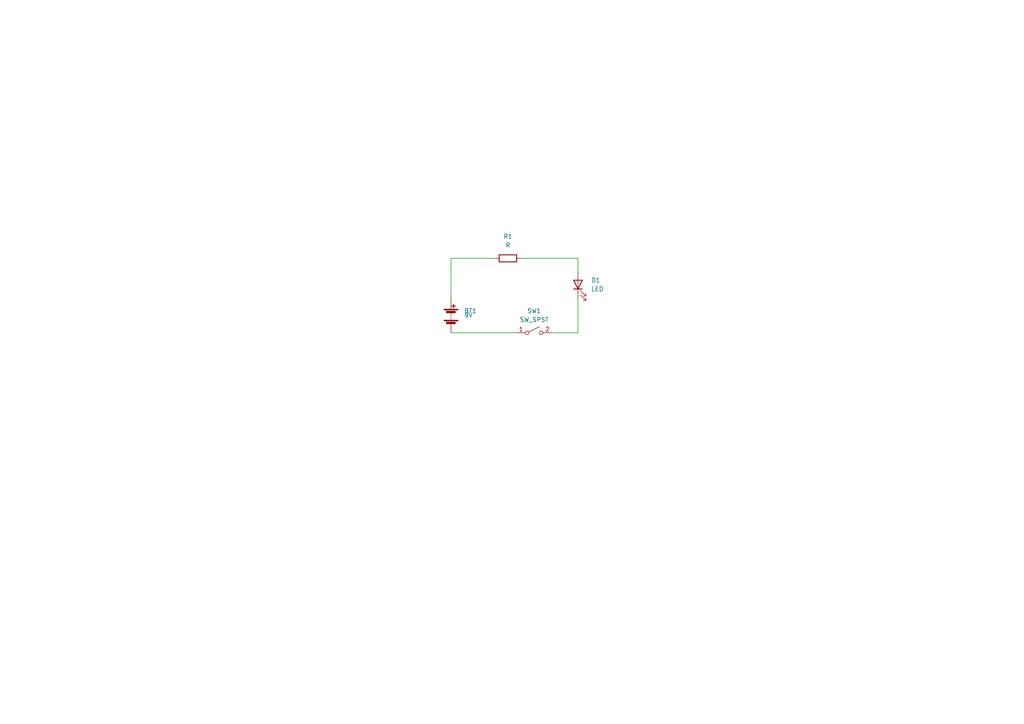
<source format=kicad_sch>
(kicad_sch (version 20201015) (generator eeschema)

  (paper "A4")

  (lib_symbols
    (symbol "Device:Battery" (pin_numbers hide) (pin_names (offset 0) hide) (in_bom yes) (on_board yes)
      (property "Reference" "BT" (id 0) (at 2.54 2.54 0)
        (effects (font (size 1.27 1.27)) (justify left))
      )
      (property "Value" "Battery" (id 1) (at 2.54 0 0)
        (effects (font (size 1.27 1.27)) (justify left))
      )
      (property "Footprint" "" (id 2) (at 0 1.524 90)
        (effects (font (size 1.27 1.27)) hide)
      )
      (property "Datasheet" "~" (id 3) (at 0 1.524 90)
        (effects (font (size 1.27 1.27)) hide)
      )
      (property "ki_keywords" "batt voltage-source cell" (id 4) (at 0 0 0)
        (effects (font (size 1.27 1.27)) hide)
      )
      (property "ki_description" "Multiple-cell battery" (id 5) (at 0 0 0)
        (effects (font (size 1.27 1.27)) hide)
      )
      (symbol "Battery_0_1"
        (rectangle (start -2.032 -1.397) (end 2.032 -1.651)
          (stroke (width 0)) (fill (type outline))
        )
        (rectangle (start -2.032 1.778) (end 2.032 1.524)
          (stroke (width 0)) (fill (type outline))
        )
        (rectangle (start -1.3208 -1.9812) (end 1.27 -2.4892)
          (stroke (width 0)) (fill (type outline))
        )
        (rectangle (start -1.3208 1.1938) (end 1.27 0.6858)
          (stroke (width 0)) (fill (type outline))
        )
        (polyline
          (pts
            (xy 0 -1.524)
            (xy 0 -1.27)
          )
          (stroke (width 0)) (fill (type none))
        )
        (polyline
          (pts
            (xy 0 -1.016)
            (xy 0 -0.762)
          )
          (stroke (width 0)) (fill (type none))
        )
        (polyline
          (pts
            (xy 0 -0.508)
            (xy 0 -0.254)
          )
          (stroke (width 0)) (fill (type none))
        )
        (polyline
          (pts
            (xy 0 0)
            (xy 0 0.254)
          )
          (stroke (width 0)) (fill (type none))
        )
        (polyline
          (pts
            (xy 0 0.508)
            (xy 0 0.762)
          )
          (stroke (width 0)) (fill (type none))
        )
        (polyline
          (pts
            (xy 0 1.778)
            (xy 0 2.54)
          )
          (stroke (width 0)) (fill (type none))
        )
        (polyline
          (pts
            (xy 0.254 2.667)
            (xy 1.27 2.667)
          )
          (stroke (width 0.254)) (fill (type none))
        )
        (polyline
          (pts
            (xy 0.762 3.175)
            (xy 0.762 2.159)
          )
          (stroke (width 0.254)) (fill (type none))
        )
      )
      (symbol "Battery_1_1"
        (pin passive line (at 0 5.08 270) (length 2.54)
          (name "+" (effects (font (size 1.27 1.27))))
          (number "1" (effects (font (size 1.27 1.27))))
        )
        (pin passive line (at 0 -5.08 90) (length 2.54)
          (name "-" (effects (font (size 1.27 1.27))))
          (number "2" (effects (font (size 1.27 1.27))))
        )
      )
    )
    (symbol "Device:LED" (pin_numbers hide) (pin_names (offset 1.016) hide) (in_bom yes) (on_board yes)
      (property "Reference" "D" (id 0) (at 0 2.54 0)
        (effects (font (size 1.27 1.27)))
      )
      (property "Value" "LED" (id 1) (at 0 -2.54 0)
        (effects (font (size 1.27 1.27)))
      )
      (property "Footprint" "" (id 2) (at 0 0 0)
        (effects (font (size 1.27 1.27)) hide)
      )
      (property "Datasheet" "~" (id 3) (at 0 0 0)
        (effects (font (size 1.27 1.27)) hide)
      )
      (property "ki_keywords" "LED diode" (id 4) (at 0 0 0)
        (effects (font (size 1.27 1.27)) hide)
      )
      (property "ki_description" "Light emitting diode" (id 5) (at 0 0 0)
        (effects (font (size 1.27 1.27)) hide)
      )
      (property "ki_fp_filters" "LED* LED_SMD:* LED_THT:*" (id 6) (at 0 0 0)
        (effects (font (size 1.27 1.27)) hide)
      )
      (symbol "LED_0_1"
        (polyline
          (pts
            (xy -1.27 -1.27)
            (xy -1.27 1.27)
          )
          (stroke (width 0.254)) (fill (type none))
        )
        (polyline
          (pts
            (xy -1.27 0)
            (xy 1.27 0)
          )
          (stroke (width 0)) (fill (type none))
        )
        (polyline
          (pts
            (xy 1.27 -1.27)
            (xy 1.27 1.27)
            (xy -1.27 0)
            (xy 1.27 -1.27)
          )
          (stroke (width 0.254)) (fill (type none))
        )
        (polyline
          (pts
            (xy -3.048 -0.762)
            (xy -4.572 -2.286)
            (xy -3.81 -2.286)
            (xy -4.572 -2.286)
            (xy -4.572 -1.524)
          )
          (stroke (width 0)) (fill (type none))
        )
        (polyline
          (pts
            (xy -1.778 -0.762)
            (xy -3.302 -2.286)
            (xy -2.54 -2.286)
            (xy -3.302 -2.286)
            (xy -3.302 -1.524)
          )
          (stroke (width 0)) (fill (type none))
        )
      )
      (symbol "LED_1_1"
        (pin passive line (at -3.81 0 0) (length 2.54)
          (name "K" (effects (font (size 1.27 1.27))))
          (number "1" (effects (font (size 1.27 1.27))))
        )
        (pin passive line (at 3.81 0 180) (length 2.54)
          (name "A" (effects (font (size 1.27 1.27))))
          (number "2" (effects (font (size 1.27 1.27))))
        )
      )
    )
    (symbol "Device:R" (pin_numbers hide) (pin_names (offset 0)) (in_bom yes) (on_board yes)
      (property "Reference" "R" (id 0) (at 2.032 0 90)
        (effects (font (size 1.27 1.27)))
      )
      (property "Value" "R" (id 1) (at 0 0 90)
        (effects (font (size 1.27 1.27)))
      )
      (property "Footprint" "" (id 2) (at -1.778 0 90)
        (effects (font (size 1.27 1.27)) hide)
      )
      (property "Datasheet" "~" (id 3) (at 0 0 0)
        (effects (font (size 1.27 1.27)) hide)
      )
      (property "ki_keywords" "R res resistor" (id 4) (at 0 0 0)
        (effects (font (size 1.27 1.27)) hide)
      )
      (property "ki_description" "Resistor" (id 5) (at 0 0 0)
        (effects (font (size 1.27 1.27)) hide)
      )
      (property "ki_fp_filters" "R_*" (id 6) (at 0 0 0)
        (effects (font (size 1.27 1.27)) hide)
      )
      (symbol "R_0_1"
        (rectangle (start -1.016 -2.54) (end 1.016 2.54)
          (stroke (width 0.254)) (fill (type none))
        )
      )
      (symbol "R_1_1"
        (pin passive line (at 0 3.81 270) (length 1.27)
          (name "~" (effects (font (size 1.27 1.27))))
          (number "1" (effects (font (size 1.27 1.27))))
        )
        (pin passive line (at 0 -3.81 90) (length 1.27)
          (name "~" (effects (font (size 1.27 1.27))))
          (number "2" (effects (font (size 1.27 1.27))))
        )
      )
    )
    (symbol "Switch:SW_SPST" (pin_names (offset 0) hide) (in_bom yes) (on_board yes)
      (property "Reference" "SW" (id 0) (at 0 3.175 0)
        (effects (font (size 1.27 1.27)))
      )
      (property "Value" "SW_SPST" (id 1) (at 0 -2.54 0)
        (effects (font (size 1.27 1.27)))
      )
      (property "Footprint" "" (id 2) (at 0 0 0)
        (effects (font (size 1.27 1.27)) hide)
      )
      (property "Datasheet" "~" (id 3) (at 0 0 0)
        (effects (font (size 1.27 1.27)) hide)
      )
      (property "ki_keywords" "switch lever" (id 4) (at 0 0 0)
        (effects (font (size 1.27 1.27)) hide)
      )
      (property "ki_description" "Single Pole Single Throw (SPST) switch" (id 5) (at 0 0 0)
        (effects (font (size 1.27 1.27)) hide)
      )
      (symbol "SW_SPST_0_0"
        (circle (center -2.032 0) (radius 0.508) (stroke (width 0)) (fill (type none)))
        (circle (center 2.032 0) (radius 0.508) (stroke (width 0)) (fill (type none)))
        (polyline
          (pts
            (xy -1.524 0.254)
            (xy 1.524 1.778)
          )
          (stroke (width 0)) (fill (type none))
        )
      )
      (symbol "SW_SPST_1_1"
        (pin passive line (at -5.08 0 0) (length 2.54)
          (name "A" (effects (font (size 1.27 1.27))))
          (number "1" (effects (font (size 1.27 1.27))))
        )
        (pin passive line (at 5.08 0 180) (length 2.54)
          (name "B" (effects (font (size 1.27 1.27))))
          (number "2" (effects (font (size 1.27 1.27))))
        )
      )
    )
  )


  (wire (pts (xy 130.81 74.93) (xy 143.51 74.93))
    (stroke (width 0) (type solid) (color 0 0 0 0))
  )
  (wire (pts (xy 130.81 86.36) (xy 130.81 74.93))
    (stroke (width 0) (type solid) (color 0 0 0 0))
  )
  (wire (pts (xy 149.86 96.52) (xy 130.81 96.52))
    (stroke (width 0) (type solid) (color 0 0 0 0))
  )
  (wire (pts (xy 151.13 74.93) (xy 167.64 74.93))
    (stroke (width 0) (type solid) (color 0 0 0 0))
  )
  (wire (pts (xy 167.64 74.93) (xy 167.64 78.74))
    (stroke (width 0) (type solid) (color 0 0 0 0))
  )
  (wire (pts (xy 167.64 86.36) (xy 167.64 96.52))
    (stroke (width 0) (type solid) (color 0 0 0 0))
  )
  (wire (pts (xy 167.64 96.52) (xy 160.02 96.52))
    (stroke (width 0) (type solid) (color 0 0 0 0))
  )

  (symbol (lib_id "Device:R") (at 147.32 74.93 90) (unit 1)
    (in_bom yes) (on_board yes)
    (uuid "a229f69e-d9e2-4bb4-8583-f0c37af80a9d")
    (property "Reference" "R1" (id 0) (at 147.32 68.58 90))
    (property "Value" "R" (id 1) (at 147.32 71.12 90))
    (property "Footprint" "Resistor_SMD:R_0805_2012Metric_Pad1.20x1.40mm_HandSolder" (id 2) (at 147.32 76.708 90)
      (effects (font (size 1.27 1.27)) hide)
    )
    (property "Datasheet" "~" (id 3) (at 147.32 74.93 0)
      (effects (font (size 1.27 1.27)) hide)
    )
  )

  (symbol (lib_id "Device:LED") (at 167.64 82.55 90) (unit 1)
    (in_bom yes) (on_board yes)
    (uuid "82e8c34a-7745-46b6-ad95-f91bc0ef447c")
    (property "Reference" "D1" (id 0) (at 171.45 81.28 90)
      (effects (font (size 1.27 1.27)) (justify right))
    )
    (property "Value" "LED" (id 1) (at 171.45 83.82 90)
      (effects (font (size 1.27 1.27)) (justify right))
    )
    (property "Footprint" "LED_THT:LED_D3.0mm_Clear" (id 2) (at 167.64 82.55 0)
      (effects (font (size 1.27 1.27)) hide)
    )
    (property "Datasheet" "~" (id 3) (at 167.64 82.55 0)
      (effects (font (size 1.27 1.27)) hide)
    )
  )

  (symbol (lib_id "Switch:SW_SPST") (at 154.94 96.52 0) (unit 1)
    (in_bom yes) (on_board yes)
    (uuid "c8b54616-8ddf-4533-bef2-7853adb1da85")
    (property "Reference" "SW1" (id 0) (at 154.94 90.17 0))
    (property "Value" "SW_SPST" (id 1) (at 154.94 92.71 0))
    (property "Footprint" "Button_Switch_SMD:SW_DIP_SPSTx01_Slide_6.7x4.1mm_W6.73mm_P2.54mm_LowProfile_JPin" (id 2) (at 154.94 96.52 0)
      (effects (font (size 1.27 1.27)) hide)
    )
    (property "Datasheet" "~" (id 3) (at 154.94 96.52 0)
      (effects (font (size 1.27 1.27)) hide)
    )
  )

  (symbol (lib_id "Device:Battery") (at 130.81 91.44 0) (unit 1)
    (in_bom yes) (on_board yes)
    (uuid "bc4240c0-b5a8-43e2-8807-c1ce9a6bd877")
    (property "Reference" "BT1" (id 0) (at 134.62 90.17 0)
      (effects (font (size 1.27 1.27)) (justify left))
    )
    (property "Value" "9V" (id 1) (at 134.62 91.44 0)
      (effects (font (size 1.27 1.27)) (justify left))
    )
    (property "Footprint" "Battery:BatteryHolder_Keystone_2466_1xAAA" (id 2) (at 130.81 89.916 90)
      (effects (font (size 1.27 1.27)) hide)
    )
    (property "Datasheet" "~" (id 3) (at 130.81 89.916 90)
      (effects (font (size 1.27 1.27)) hide)
    )
  )

  (sheet_instances
    (path "/" (page "1"))
  )

  (symbol_instances
    (path "/bc4240c0-b5a8-43e2-8807-c1ce9a6bd877"
      (reference "BT1") (unit 1) (value "9V") (footprint "Battery:BatteryHolder_Keystone_2466_1xAAA")
    )
    (path "/82e8c34a-7745-46b6-ad95-f91bc0ef447c"
      (reference "D1") (unit 1) (value "LED") (footprint "LED_THT:LED_D3.0mm_Clear")
    )
    (path "/a229f69e-d9e2-4bb4-8583-f0c37af80a9d"
      (reference "R1") (unit 1) (value "R") (footprint "Resistor_SMD:R_0805_2012Metric_Pad1.20x1.40mm_HandSolder")
    )
    (path "/c8b54616-8ddf-4533-bef2-7853adb1da85"
      (reference "SW1") (unit 1) (value "SW_SPST") (footprint "Button_Switch_SMD:SW_DIP_SPSTx01_Slide_6.7x4.1mm_W6.73mm_P2.54mm_LowProfile_JPin")
    )
  )
)

</source>
